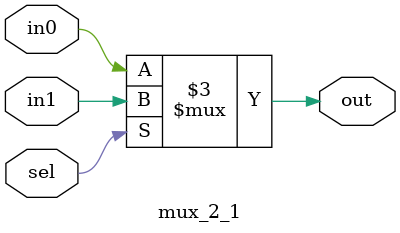
<source format=v>
module mux_2_1(in0, in1, out, sel);
	input in0, in1, sel;
	output reg out;

	always @(*) begin
		if (sel)
			out = in1;
		else
			out = in0;
	end
endmodule

</source>
